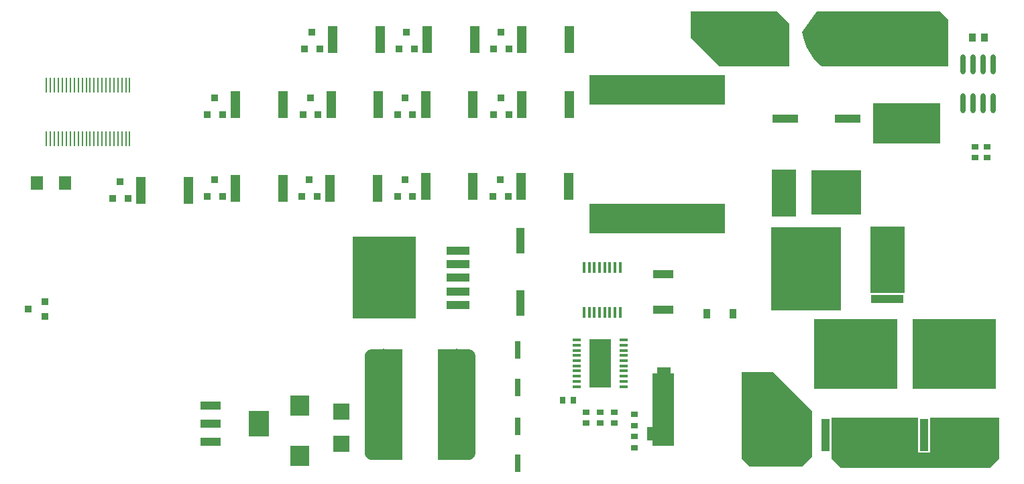
<source format=gtp>
G04 Layer_Color=8421504*
%FSAX24Y24*%
%MOIN*%
G70*
G01*
G75*
%ADD10R,0.0315X0.0906*%
%ADD11R,0.6750X0.1500*%
%ADD12R,0.0358X0.0480*%
%ADD13R,0.0630X0.0472*%
%ADD14R,0.0945X0.1024*%
%ADD15R,0.0984X0.0394*%
%ADD16R,0.0984X0.1299*%
%ADD17R,0.0492X0.1319*%
%ADD18R,0.0354X0.0276*%
%ADD19R,0.0276X0.0354*%
%ADD20R,0.4173X0.3465*%
%ADD21R,0.0413X0.1634*%
%ADD22R,0.0787X0.0787*%
%ADD23R,0.3150X0.4094*%
%ADD24R,0.1142X0.0394*%
%ADD25R,0.0354X0.0394*%
%ADD26R,0.0140X0.0580*%
G04:AMPARAMS|DCode=27|XSize=187mil|YSize=551.2mil|CornerRadius=93.5mil|HoleSize=0mil|Usage=FLASHONLY|Rotation=0.000|XOffset=0mil|YOffset=0mil|HoleType=Round|Shape=RoundedRectangle|*
%AMROUNDEDRECTD27*
21,1,0.1870,0.3642,0,0,0.0*
21,1,0.0000,0.5512,0,0,0.0*
1,1,0.1870,0.0000,-0.1821*
1,1,0.1870,0.0000,-0.1821*
1,1,0.1870,0.0000,0.1821*
1,1,0.1870,0.0000,0.1821*
%
%ADD27ROUNDEDRECTD27*%
%ADD28R,0.0320X0.0360*%
%ADD29R,0.3340X0.2050*%
%ADD30R,0.0394X0.1260*%
%ADD31R,0.0950X0.1110*%
%ADD32R,0.0360X0.0320*%
%ADD33O,0.0098X0.0748*%
%ADD34O,0.0276X0.0984*%
%ADD35R,0.1024X0.0413*%
%ADD36R,0.0413X0.0177*%
%ADD37R,0.1079X0.2390*%
%ADD38R,0.1260X0.0394*%
%ADD39R,0.3465X0.4173*%
%ADD40R,0.1634X0.0413*%
%ADD41R,0.1122X0.0492*%
%ADD42R,0.2480X0.2185*%
%ADD46R,0.0630X0.0650*%
%ADD47R,0.1100X0.3600*%
%ADD49R,0.1200X0.2350*%
%ADD78R,0.0650X0.0370*%
%ADD79R,0.0380X0.0650*%
%ADD80R,0.0375X0.0651*%
%ADD81R,0.0380X0.0651*%
G36*
X040915Y016096D02*
X041011Y016056D01*
X041093Y015993D01*
X041156Y015911D01*
X041196Y015815D01*
X041206Y015738D01*
Y015712D01*
Y010988D01*
Y010962D01*
X041196Y010885D01*
X041156Y010789D01*
X041093Y010707D01*
X041011Y010644D01*
X040915Y010604D01*
X040838Y010594D01*
X039336D01*
Y016106D01*
X040838D01*
X040915Y016096D01*
D02*
G37*
G36*
X037564Y010594D02*
X036062D01*
X035985Y010604D01*
X035889Y010644D01*
X035807Y010707D01*
X035744Y010789D01*
X035704Y010885D01*
X035694Y010962D01*
Y010988D01*
Y015712D01*
Y015738D01*
X035704Y015815D01*
X035744Y015911D01*
X035807Y015993D01*
X035889Y016056D01*
X035985Y016096D01*
X036062Y016106D01*
X037564D01*
Y010594D01*
D02*
G37*
G36*
X057926Y013024D02*
X057926Y010726D01*
X057450Y010250D01*
X054850Y010250D01*
X054450Y010650D01*
Y014950D01*
X056000D01*
X057926Y013024D01*
D02*
G37*
G36*
X067250Y010650D02*
X066800Y010200D01*
X059350Y010200D01*
X058900Y010650D01*
X058900Y012700D01*
X063200D01*
Y010950D01*
X063800D01*
X063800Y012700D01*
X067250Y012700D01*
X067250Y010650D01*
D02*
G37*
G36*
X064700Y032500D02*
X064700Y030150D01*
X058426Y030150D01*
X058311Y030243D01*
X058008Y030566D01*
X057828Y030819D01*
X057678Y031091D01*
X057559Y031377D01*
X057460Y031743D01*
X057441Y031868D01*
X058179Y032900D01*
X064300Y032900D01*
X064700Y032500D01*
D02*
G37*
G36*
X056800Y032300D02*
X056800Y030150D01*
X053350D01*
X051900Y031600D01*
X051900Y032900D01*
X056200D01*
X056800Y032300D01*
D02*
G37*
G36*
X062550Y018900D02*
X060850D01*
Y022200D01*
X062550D01*
Y018900D01*
D02*
G37*
D10*
X043300Y010425D02*
D03*
Y012275D02*
D03*
Y014200D02*
D03*
Y016050D02*
D03*
D11*
X050250Y022600D02*
D03*
Y029000D02*
D03*
D12*
X053994Y017850D02*
D03*
X052706D02*
D03*
D13*
X020809Y024350D02*
D03*
X019391D02*
D03*
D14*
X032453Y013311D02*
D03*
Y010791D02*
D03*
D15*
X028049Y013306D02*
D03*
Y012400D02*
D03*
Y011494D02*
D03*
D16*
X030451Y012400D02*
D03*
D17*
X031631Y028250D02*
D03*
X029269D02*
D03*
X036454Y031514D02*
D03*
X034092D02*
D03*
X041154D02*
D03*
X038792D02*
D03*
X045854D02*
D03*
X043492D02*
D03*
X045854Y028264D02*
D03*
X043492D02*
D03*
X041081Y028250D02*
D03*
X038719D02*
D03*
X036381D02*
D03*
X034019D02*
D03*
X045831Y024200D02*
D03*
X043469D02*
D03*
X041081D02*
D03*
X038719D02*
D03*
X026931Y024000D02*
D03*
X024569D02*
D03*
X031631Y024100D02*
D03*
X029269D02*
D03*
X036331D02*
D03*
X033969D02*
D03*
D18*
X066050Y026176D02*
D03*
Y025624D02*
D03*
X066650Y026176D02*
D03*
Y025624D02*
D03*
X048100Y012976D02*
D03*
Y012424D02*
D03*
X049100Y012300D02*
D03*
Y012851D02*
D03*
X047400Y012976D02*
D03*
Y012424D02*
D03*
X046700Y012976D02*
D03*
Y012424D02*
D03*
X049100Y011751D02*
D03*
Y011200D02*
D03*
D19*
X045524Y013550D02*
D03*
X046076D02*
D03*
D20*
X060100Y015855D02*
D03*
X065000D02*
D03*
D21*
X061600Y011839D02*
D03*
X061100D02*
D03*
X060600D02*
D03*
X059600D02*
D03*
X059100D02*
D03*
X058600D02*
D03*
X066500D02*
D03*
X066000D02*
D03*
X065500D02*
D03*
X064500D02*
D03*
X064000D02*
D03*
X063500D02*
D03*
D22*
X034550Y012987D02*
D03*
Y011413D02*
D03*
D23*
X036661Y019650D02*
D03*
D24*
X040343Y020989D02*
D03*
Y020319D02*
D03*
Y019650D02*
D03*
Y018981D02*
D03*
Y018311D02*
D03*
D25*
X065885Y031600D02*
D03*
X066515D02*
D03*
D26*
X046604Y017940D02*
D03*
X046860D02*
D03*
X047116D02*
D03*
X047372D02*
D03*
X047628D02*
D03*
X047884D02*
D03*
X048140D02*
D03*
X048396D02*
D03*
Y020160D02*
D03*
X048140D02*
D03*
X047884D02*
D03*
X047628D02*
D03*
X047372D02*
D03*
X047116D02*
D03*
X046860D02*
D03*
X046604D02*
D03*
D27*
X036629Y013350D02*
D03*
X040271D02*
D03*
D28*
X032626Y027756D02*
D03*
X033380D02*
D03*
X033000Y028590D02*
D03*
X028250D02*
D03*
X028630Y027756D02*
D03*
X027876D02*
D03*
X042076Y023706D02*
D03*
X042830D02*
D03*
X042450Y024540D02*
D03*
X037700D02*
D03*
X038080Y023706D02*
D03*
X037326D02*
D03*
X028250Y024540D02*
D03*
X028630Y023706D02*
D03*
X027876D02*
D03*
X023176Y023606D02*
D03*
X023930D02*
D03*
X023550Y024440D02*
D03*
X032576Y023706D02*
D03*
X033330D02*
D03*
X032950Y024540D02*
D03*
X037399Y031020D02*
D03*
X038153D02*
D03*
X037773Y031854D02*
D03*
X042473D02*
D03*
X042853Y031020D02*
D03*
X042099D02*
D03*
X033073Y031854D02*
D03*
X033453Y031020D02*
D03*
X032699D02*
D03*
X042099Y027770D02*
D03*
X042853D02*
D03*
X042473Y028604D02*
D03*
X037700Y028590D02*
D03*
X038080Y027756D02*
D03*
X037326D02*
D03*
D29*
X062650Y031575D02*
D03*
Y027325D02*
D03*
D30*
X043450Y018415D02*
D03*
Y021485D02*
D03*
D31*
X050550Y011900D02*
D03*
X055044D02*
D03*
X050550Y014310D02*
D03*
X055044D02*
D03*
D32*
X019794Y017726D02*
D03*
Y018480D02*
D03*
X018960Y018100D02*
D03*
D33*
X019883Y026571D02*
D03*
X020080D02*
D03*
X020277D02*
D03*
X020474D02*
D03*
X020670D02*
D03*
X020867D02*
D03*
X021064D02*
D03*
X021261D02*
D03*
X021458D02*
D03*
X021655D02*
D03*
X021852D02*
D03*
X022048D02*
D03*
X022245D02*
D03*
X022442D02*
D03*
X022639D02*
D03*
X022836D02*
D03*
X023033D02*
D03*
X023230D02*
D03*
X023426D02*
D03*
X023623D02*
D03*
X023820D02*
D03*
X024017D02*
D03*
X019883Y029229D02*
D03*
X020080D02*
D03*
X020277D02*
D03*
X020474D02*
D03*
X020670D02*
D03*
X020867D02*
D03*
X021064D02*
D03*
X021261D02*
D03*
X021458D02*
D03*
X021655D02*
D03*
X021852D02*
D03*
X022048D02*
D03*
X022245D02*
D03*
X022442D02*
D03*
X022639D02*
D03*
X022836D02*
D03*
X023033D02*
D03*
X023230D02*
D03*
X023426D02*
D03*
X023623D02*
D03*
X023820D02*
D03*
X024017D02*
D03*
D34*
X065450Y028335D02*
D03*
X065950D02*
D03*
X066450D02*
D03*
X066950D02*
D03*
X065450Y030265D02*
D03*
X065950D02*
D03*
X066450D02*
D03*
X066950D02*
D03*
D35*
X050550Y018064D02*
D03*
Y019836D02*
D03*
D36*
X046239Y016552D02*
D03*
Y016296D02*
D03*
Y016040D02*
D03*
Y015784D02*
D03*
Y015528D02*
D03*
Y015272D02*
D03*
Y015016D02*
D03*
Y014760D02*
D03*
Y014504D02*
D03*
Y014248D02*
D03*
X048561Y016552D02*
D03*
Y016296D02*
D03*
Y016040D02*
D03*
Y015784D02*
D03*
Y015528D02*
D03*
Y015272D02*
D03*
Y015016D02*
D03*
Y014760D02*
D03*
Y014504D02*
D03*
Y014248D02*
D03*
D37*
X047400Y015400D02*
D03*
D38*
X059685Y027550D02*
D03*
X056615D02*
D03*
D39*
X057645Y020100D02*
D03*
D40*
X061661Y021600D02*
D03*
Y021100D02*
D03*
Y020600D02*
D03*
Y019600D02*
D03*
Y019100D02*
D03*
Y018600D02*
D03*
D41*
X056566Y024802D02*
D03*
Y022998D02*
D03*
D42*
X059145Y023900D02*
D03*
D46*
X020809Y024350D02*
D03*
X019391D02*
D03*
D47*
X050550Y013100D02*
D03*
D49*
X056550Y023875D02*
D03*
D78*
X050565Y015035D02*
D03*
D79*
X049915Y011900D02*
D03*
D80*
X055698Y011863D02*
D03*
D81*
X055697Y014360D02*
D03*
M02*

</source>
